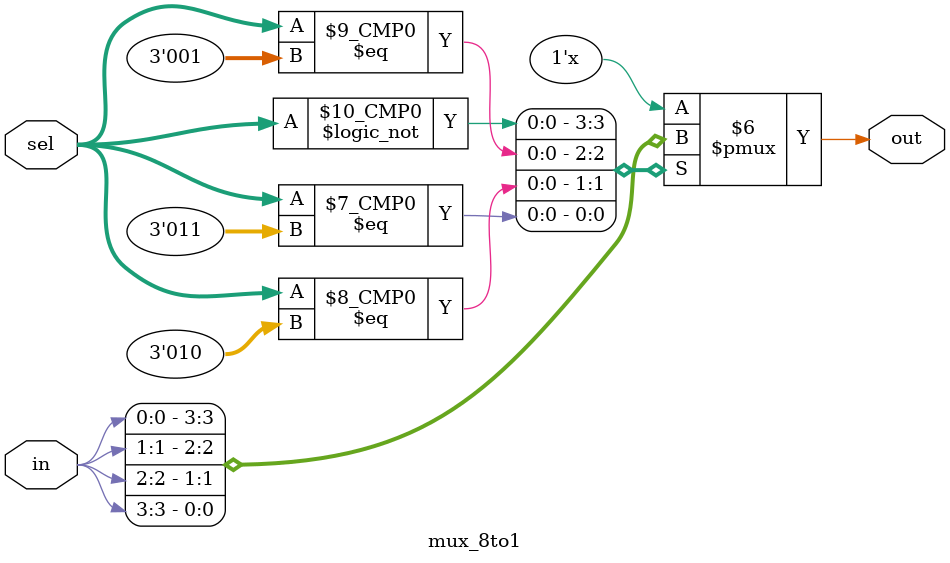
<source format=v>
module mux_8to1 (in,sel,out);
 input [3:0] in;
 input [2:0] sel;
 output reg out;
 always @ (*)
  begin 
   case (sel)
    3'b000: out = in[0];
    3'b001: out = in[1];
    3'b010: out = in[2];
    3'b011: out = in[3];
    3'b100: out = in[4];
    3'b101: out = in[5];
    3'b110: out = in[6];
    3'b111: out = in[7];
    endcase
  end
endmodule
</source>
